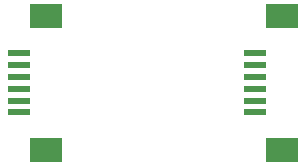
<source format=gbp>
G04*
G04 #@! TF.GenerationSoftware,Altium Limited,Altium Designer,22.9.1 (49)*
G04*
G04 Layer_Color=128*
%FSLAX25Y25*%
%MOIN*%
G70*
G04*
G04 #@! TF.SameCoordinates,EA2DCB70-2D32-4E2D-AF08-B15159FC065B*
G04*
G04*
G04 #@! TF.FilePolarity,Positive*
G04*
G01*
G75*
%ADD18R,0.07480X0.02362*%
%ADD19R,0.11024X0.08268*%
D18*
X75992Y52649D02*
D03*
Y60523D02*
D03*
Y44776D02*
D03*
Y64460D02*
D03*
Y48713D02*
D03*
Y56586D02*
D03*
X154732Y52649D02*
D03*
Y60523D02*
D03*
Y44776D02*
D03*
Y64460D02*
D03*
Y48713D02*
D03*
Y56586D02*
D03*
D19*
X85244Y76862D02*
D03*
Y32374D02*
D03*
X163984Y76862D02*
D03*
Y32374D02*
D03*
M02*

</source>
